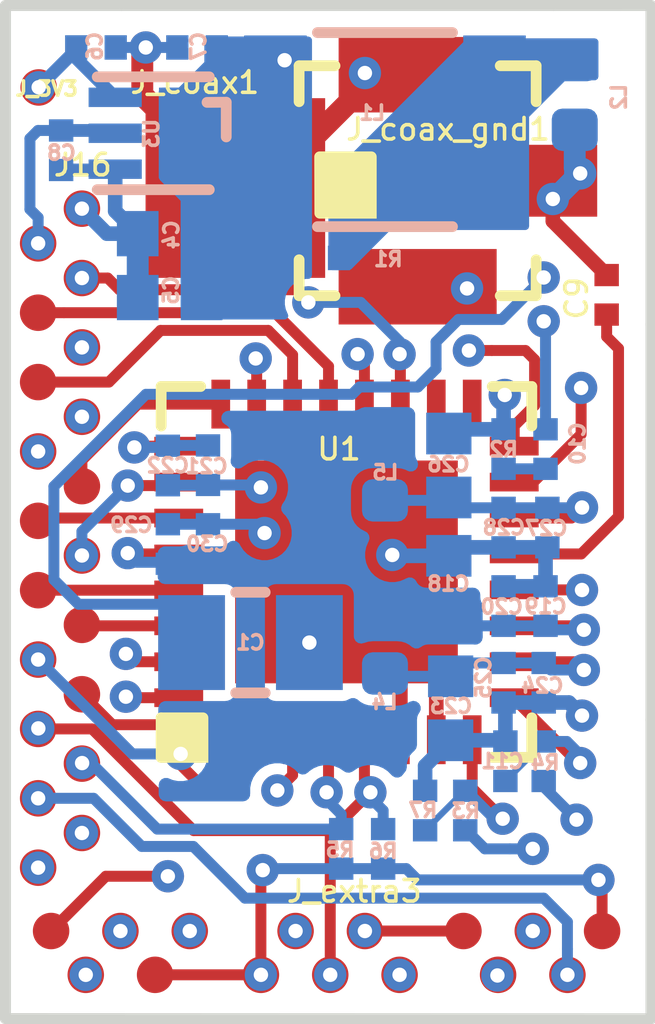
<source format=kicad_pcb>
(kicad_pcb (version 20171130) (host pcbnew "(5.1.4)-1")
  (layers (0 F.Cu jumper) (1 In1.Cu power) (2 In2.Cu signal) (3 In3.Cu signal) (4 In4.Cu signal) (31 B.Cu jumper) (34 B.Paste user) (35 F.Paste user) (36 B.SilkS user) (37 F.SilkS user) (38 B.Mask user) (39 F.Mask user) (44 Edge.Cuts user))
  (net 0 "")
  (net 1 GND)
  (net 2 +5V)
  (net 3 +3V3)
  (net 4 VDDD)
  (net 5 "Net-(C9-Pad2)")
  (net 6 DOUT_P)
  (net 7 "Net-(C10-Pad1)")
  (net 8 "Net-(C10-Pad2)")
  (net 9 PDB)
  (net 10 VDDPLL)
  (net 11 VDDCML)
  (net 12 CLK_OUT)
  (net 13 FV)
  (net 14 LV)
  (net 15 I2C_SDA)
  (net 16 I2C_SCL)
  (net 17 "Net-(L1-Pad1)")
  (net 18 MODE)
  (net 19 DIN0)
  (net 20 DIN1)
  (net 21 DIN2)
  (net 22 DIN3)
  (net 23 DIN4)
  (net 24 DIN5)
  (net 25 DIN6)
  (net 26 DIN7)
  (net 27 DIN8)
  (net 28 DIN9)
  (net 29 DIN11)
  (net 30 DIN10)
  (net 31 VDDIO)
  (net 32 "Net-(U1-Pad17)")
  (net 33 "Net-(U1-Pad18)")
  (net 34 /ENT1)
  (net 35 /ENT2)
  (module .Connector:Conn_1x1_700_Circular_Pad (layer F.Cu) (at 114.73942 41.03624)
    (fp_text reference J_3V3 (at 0.11176 0.01778) (layer F.SilkS) (effects (font (size 0.2 0.2) (thickness 0.05))))
    (fp_text value Conn_01x01)
    (pad 1 smd circle (at 0 0) (size 0.508 0.508) (layers F.Cu F.Paste F.Mask) (net 3 +3V3))
  )
  (module .Inductor:L_1210_3225Metric_L (layer B.Cu) (at 119.56034 41.62298 180)
    (fp_text reference L1)
    (fp_text value ADL3225V-470MT-TL000)
    (fp_text user %R (at 0.1778 0.23368 180) (layer B.SilkS) (effects (font (size 0.2 0.2) (thickness 0.05)) (justify mirror)))
    (pad 2 smd rect (at 1.525 0 180) (size 0.87 2.62) (layers B.Cu B.Paste B.Mask) (net 2 +5V))
    (pad 1 smd rect (at -1.525 0 180) (size 0.87 2.62) (layers B.Cu B.Paste B.Mask) (net 17 "Net-(L1-Pad1)"))
  )
  (module .Capacitor:C_0805_2012Metric_L (layer B.Cu) (at 117.68794 48.76038)
    (fp_text reference C1)
    (fp_text value C_Small)
    (fp_text user %R (at -0.00212 0) (layer B.SilkS) (effects (font (size 0.2 0.2) (thickness 0.05)) (justify mirror)))
    (pad 2 smd rect (at 0.82 0) (size 0.93 1.32) (layers B.Cu B.Paste B.Mask) (net 1 GND))
    (pad 1 smd rect (at -0.82 0) (size 0.93 1.32) (layers B.Cu B.Paste B.Mask) (net 3 +3V3))
  )
  (module .Connector:B2B_Flex_05_Dual_Row_38milx24mil_Pad_20mil_copy (layer F.Cu) (at 119.76354 53.38318 180)
    (fp_text reference J_extra3 (at 0.62992 1.16332 180) (layer F.SilkS) (effects (font (size 0.3 0.3) (thickness 0.05))))
    (fp_text value Conn_01x05)
    (pad 5 smd circle (at 1.930398 0 180) (size 0.508 0.508) (layers F.Cu F.Paste F.Mask) (net 3 +3V3))
    (pad 4 smd circle (at 1.447798 0.6096 180) (size 0.508 0.508) (layers F.Cu F.Paste F.Mask) (net 1 GND))
    (pad 3 smd circle (at 0.965199 0 180) (size 0.508 0.508) (layers F.Cu F.Paste F.Mask) (net 15 I2C_SDA))
    (pad 2 smd circle (at 0.482599 0.6096 180) (size 0.508 0.508) (layers F.Cu F.Paste F.Mask) (net 16 I2C_SCL))
    (pad 1 smd circle (at 0 0 180) (size 0.508 0.508) (layers F.Cu F.Paste F.Mask) (net 34 /ENT1))
  )
  (module .Connector:B2B_Flex_20_Dual_Row_38milx24mil_Pad_20mil (layer F.Cu) (at 115.3414 42.722804 270)
    (fp_text reference J16 (at -0.607064 -0.0127) (layer F.SilkS) (effects (font (size 0.3 0.3) (thickness 0.05))))
    (fp_text value Conn_01x20_Female)
    (pad 1 smd circle (at 0 0 270) (size 0.508 0.508) (layers F.Cu F.Paste F.Mask) (net 1 GND))
    (pad 2 smd circle (at 0.482599 0.6096 270) (size 0.508 0.508) (layers F.Cu F.Paste F.Mask) (net 4 VDDD))
    (pad 3 smd circle (at 0.965199 0 270) (size 0.508 0.508) (layers F.Cu F.Paste F.Mask) (net 19 DIN0))
    (pad 4 smd circle (at 1.447798 0.6096 270) (size 0.508 0.508) (layers F.Cu F.Paste F.Mask) (net 21 DIN2))
    (pad 5 smd circle (at 1.930398 0 270) (size 0.508 0.508) (layers F.Cu F.Paste F.Mask) (net 20 DIN1))
    (pad 6 smd circle (at 2.412997 0.6096 270) (size 0.508 0.508) (layers F.Cu F.Paste F.Mask) (net 22 DIN3))
    (pad 7 smd circle (at 2.895597 0 270) (size 0.508 0.508) (layers F.Cu F.Paste F.Mask) (net 12 CLK_OUT))
    (pad 8 smd circle (at 3.378196 0.6096 270) (size 0.508 0.508) (layers F.Cu F.Paste F.Mask) (net 23 DIN4))
    (pad 9 smd circle (at 3.860796 0 270) (size 0.508 0.508) (layers F.Cu F.Paste F.Mask) (net 24 DIN5))
    (pad 10 smd circle (at 4.343395 0.6096 270) (size 0.508 0.508) (layers F.Cu F.Paste F.Mask) (net 26 DIN7))
    (pad 11 smd circle (at 4.825995 0 270) (size 0.508 0.508) (layers F.Cu F.Paste F.Mask) (net 25 DIN6))
    (pad 12 smd circle (at 5.308594 0.6096 270) (size 0.508 0.508) (layers F.Cu F.Paste F.Mask) (net 27 DIN8))
    (pad 13 smd circle (at 5.791194 0 270) (size 0.508 0.508) (layers F.Cu F.Paste F.Mask) (net 28 DIN9))
    (pad 14 smd circle (at 6.273793 0.6096 270) (size 0.508 0.508) (layers F.Cu F.Paste F.Mask) (net 13 FV))
    (pad 15 smd circle (at 6.756393 0 270) (size 0.508 0.508) (layers F.Cu F.Paste F.Mask) (net 14 LV))
    (pad 16 smd circle (at 7.238992 0.6096 270) (size 0.508 0.508) (layers F.Cu F.Paste F.Mask) (net 15 I2C_SDA))
    (pad 17 smd circle (at 7.721592 0 270) (size 0.508 0.508) (layers F.Cu F.Paste F.Mask) (net 16 I2C_SCL))
    (pad 18 smd circle (at 8.204191 0.6096 270) (size 0.508 0.508) (layers F.Cu F.Paste F.Mask) (net 2 +5V))
    (pad 19 smd circle (at 8.686791 0 270) (size 0.508 0.508) (layers F.Cu F.Paste F.Mask) (net 31 VDDIO))
    (pad 20 smd circle (at 9.16939 0.6096 270) (size 0.508 0.508) (layers F.Cu F.Paste F.Mask) (net 1 GND))
  )
  (module .Capacitor:C_0402_1005Metric_L (layer B.Cu) (at 116.56314 43.07078 180)
    (fp_text reference C4)
    (fp_text value GRM155R60J106ME15D)
    (fp_text user %R (at -0.0254 -0.01524 270) (layer B.SilkS) (effects (font (size 0.2 0.2) (thickness 0.05)) (justify mirror)))
    (pad 2 smd rect (at 0.445 0 180) (size 0.58 0.63) (layers B.Cu B.Paste B.Mask) (net 1 GND))
    (pad 1 smd rect (at -0.445 0 180) (size 0.58 0.63) (layers B.Cu B.Paste B.Mask) (net 2 +5V))
  )
  (module .Capacitor:C_0402_1005Metric_L (layer B.Cu) (at 120.44934 46.29658 90)
    (fp_text reference C26)
    (fp_text value GRM155R60J106ME15D)
    (fp_text user %R (at 0.01524 -0.00508 180) (layer B.SilkS) (effects (font (size 0.2 0.2) (thickness 0.05)) (justify mirror)))
    (pad 2 smd rect (at 0.445 0 90) (size 0.58 0.63) (layers B.Cu B.Paste B.Mask) (net 1 GND))
    (pad 1 smd rect (at -0.445 0 90) (size 0.58 0.63) (layers B.Cu B.Paste B.Mask) (net 11 VDDCML))
  )
  (module .Connector:Conn_1x1_100x100_Pad (layer F.Cu) (at 117.47754 42.43578)
    (fp_text reference J_coax_gnd1 (at 2.96164 -0.81788 180) (layer F.SilkS) (effects (font (size 0.3 0.3) (thickness 0.05))))
    (fp_text value Conn_01x01)
    (pad 1 smd rect (at 0 0) (size 2.5 2.5) (layers F.Cu F.Paste F.Mask) (net 1 GND))
  )
  (module digikey-footprints:Coax_Conn_U.FL (layer F.Cu) (at 120.015 42.33418 90)
    (fp_text reference J_coax1 (at 1.36652 -3.10134 180) (layer F.SilkS) (effects (font (size 0.3 0.3) (thickness 0.05))))
    (fp_text value U_FL-R-SMT_10_)
    (pad 2 smd rect (at 0 1.5 90) (size 1 2) (layers F.Cu F.Paste F.Mask) (net 6 DOUT_P))
    (pad 1 smd rect (at -1.475 0 90) (size 1.05 2.2) (layers F.Cu F.Paste F.Mask) (net 1 GND))
    (pad 1 smd rect (at 1.475 0 90) (size 1.05 2.2) (layers F.Cu F.Paste F.Mask) (net 1 GND))
  )
  (module .Resistor:R_0201_0603Metric_ERJ_L (layer B.Cu) (at 120.67794 51.09718 90)
    (fp_text reference R3)
    (fp_text value ERJ-1GEF1022C)
    (fp_text user %R (at -0.00508 0.00508 180) (layer B.SilkS) (effects (font (size 0.2 0.2) (thickness 0.05)) (justify mirror)))
    (pad 1 smd rect (at -0.275 0 90) (size 0.31 0.34) (layers B.Cu B.Paste B.Mask) (net 4 VDDD))
    (pad 2 smd rect (at 0.275 0 90) (size 0.31 0.34) (layers B.Cu B.Paste B.Mask) (net 18 MODE))
  )
  (module .Resistor:R_0201_0603Metric_ERJ_L (layer B.Cu) (at 118.95074 51.63058 90)
    (fp_text reference R5)
    (fp_text value ERJ-1GEF3321C)
    (fp_text user %R (at -0.01524 -0.01524 180) (layer B.SilkS) (effects (font (size 0.2 0.2) (thickness 0.05)) (justify mirror)))
    (pad 1 smd rect (at -0.275 0 90) (size 0.31 0.34) (layers B.Cu B.Paste B.Mask) (net 3 +3V3))
    (pad 2 smd rect (at 0.275 0 90) (size 0.31 0.34) (layers B.Cu B.Paste B.Mask) (net 16 I2C_SCL))
  )
  (module .Resistor:R_0201_0603Metric_ERJ_L (layer B.Cu) (at 119.53494 51.63058 90)
    (fp_text reference R6)
    (fp_text value ERJ-1GEF3321C)
    (fp_text user %R (at -0.03048 0 180) (layer B.SilkS) (effects (font (size 0.2 0.2) (thickness 0.05)) (justify mirror)))
    (pad 2 smd rect (at 0.275 0 90) (size 0.31 0.34) (layers B.Cu B.Paste B.Mask) (net 15 I2C_SDA))
    (pad 1 smd rect (at -0.275 0 90) (size 0.31 0.34) (layers B.Cu B.Paste B.Mask) (net 3 +3V3))
  )
  (module .Connector:B2B_Flex_05_Dual_Row_38milx24mil_Pad_20mil (layer F.Cu) (at 120.65254 52.77358)
    (fp_text reference J_extra2 hide)
    (fp_text value Conn_01x05)
    (pad 5 smd circle (at 1.930398 0) (size 0.508 0.508) (layers F.Cu F.Paste F.Mask) (net 3 +3V3))
    (pad 4 smd circle (at 1.447798 0.6096) (size 0.508 0.508) (layers F.Cu F.Paste F.Mask) (net 2 +5V))
    (pad 3 smd circle (at 0.965199 0) (size 0.508 0.508) (layers F.Cu F.Paste F.Mask) (net 1 GND))
    (pad 2 smd circle (at 0.482599 0.6096) (size 0.508 0.508) (layers F.Cu F.Paste F.Mask) (net 15 I2C_SDA))
    (pad 1 smd circle (at 0 0) (size 0.508 0.508) (layers F.Cu F.Paste F.Mask) (net 16 I2C_SCL))
  )
  (module .Connector:B2B_Flex_05_Dual_Row_38milx24mil_Pad_20mil (layer F.Cu) (at 114.91214 52.77358)
    (fp_text reference J_extra1 hide)
    (fp_text value Conn_01x05)
    (pad 5 smd circle (at 1.930398 0) (size 0.508 0.508) (layers F.Cu F.Paste F.Mask) (net 1 GND))
    (pad 4 smd circle (at 1.447798 0.6096) (size 0.508 0.508) (layers F.Cu F.Paste F.Mask) (net 3 +3V3))
    (pad 3 smd circle (at 0.965199 0) (size 0.508 0.508) (layers F.Cu F.Paste F.Mask) (net 12 CLK_OUT))
    (pad 2 smd circle (at 0.482599 0.6096) (size 0.508 0.508) (layers F.Cu F.Paste F.Mask) (net 29 DIN11))
    (pad 1 smd circle (at 0 0) (size 0.508 0.508) (layers F.Cu F.Paste F.Mask) (net 30 DIN10))
  )
  (module .Capacitor:C_0201_0603Metric_L (layer B.Cu) (at 115.05184 41.91 270)
    (fp_text reference C8)
    (fp_text value GRM033R61A105ME15D)
    (fp_text user %R (at 0.03556 -0.00508) (layer B.SilkS) (effects (font (size 0.2 0.2) (thickness 0.05)) (justify mirror)))
    (pad 2 smd rect (at 0.275 0 270) (size 0.31 0.34) (layers B.Cu B.Paste B.Mask) (net 1 GND))
    (pad 1 smd rect (at -0.275 0 270) (size 0.31 0.34) (layers B.Cu B.Paste B.Mask) (net 4 VDDD))
  )
  (module .Capacitor:C_0402_1005Metric_L (layer B.Cu) (at 116.56314 43.95978 180)
    (fp_text reference C5)
    (fp_text value GRM155R60J106ME15D)
    (fp_text user %R (at -0.02032 0.1016 270) (layer B.SilkS) (effects (font (size 0.2 0.2) (thickness 0.05)) (justify mirror)))
    (pad 1 smd rect (at -0.445 0 180) (size 0.58 0.63) (layers B.Cu B.Paste B.Mask) (net 2 +5V))
    (pad 2 smd rect (at 0.445 0 180) (size 0.58 0.63) (layers B.Cu B.Paste B.Mask) (net 1 GND))
  )
  (module .Capacitor:C_0201_0603Metric_L (layer B.Cu) (at 115.53698 40.47998)
    (fp_text reference C6)
    (fp_text value GRM033R61A105ME15D)
    (fp_text user %R (at -0.01524 -0.01524 90) (layer B.SilkS) (effects (font (size 0.2 0.2) (thickness 0.05)) (justify mirror)))
    (pad 1 smd rect (at -0.275 0) (size 0.31 0.34) (layers B.Cu B.Paste B.Mask) (net 3 +3V3))
    (pad 2 smd rect (at 0.275 0) (size 0.31 0.34) (layers B.Cu B.Paste B.Mask) (net 1 GND))
  )
  (module .Capacitor:C_0201_0603Metric_L (layer B.Cu) (at 116.94414 40.47998 180)
    (fp_text reference C7)
    (fp_text value GRM033R61A105ME15D)
    (fp_text user %R (at -0.02032 0.01524 270) (layer B.SilkS) (effects (font (size 0.2 0.2) (thickness 0.05)) (justify mirror)))
    (pad 1 smd rect (at -0.275 0 180) (size 0.31 0.34) (layers B.Cu B.Paste B.Mask) (net 2 +5V))
    (pad 2 smd rect (at 0.275 0 180) (size 0.31 0.34) (layers B.Cu B.Paste B.Mask) (net 1 GND))
  )
  (module .Capacitor:C_0201_0603Metric_L (layer F.Cu) (at 122.64644 43.92168 270)
    (fp_text reference C9)
    (fp_text value GRM033R61A104ME15D)
    (fp_text user %R (at 0.04826 0.4191 270) (layer F.SilkS) (effects (font (size 0.3 0.3) (thickness 0.05))))
    (pad 2 smd rect (at 0.275 0 270) (size 0.31 0.34) (layers F.Cu F.Paste F.Mask) (net 5 "Net-(C9-Pad2)"))
    (pad 1 smd rect (at -0.275 0 270) (size 0.31 0.34) (layers F.Cu F.Paste F.Mask) (net 6 DOUT_P))
  )
  (module .Capacitor:C_0201_0603Metric_L (layer B.Cu) (at 121.79554 46.06798 90)
    (fp_text reference C10)
    (fp_text value GRM033R61C473KE84D)
    (fp_text user %R (at 0.0762 0.44704 90) (layer B.SilkS) (effects (font (size 0.2 0.2) (thickness 0.05)) (justify mirror)))
    (pad 1 smd rect (at -0.275 0 90) (size 0.31 0.34) (layers B.Cu B.Paste B.Mask) (net 7 "Net-(C10-Pad1)"))
    (pad 2 smd rect (at 0.275 0 90) (size 0.31 0.34) (layers B.Cu B.Paste B.Mask) (net 8 "Net-(C10-Pad2)"))
  )
  (module .Capacitor:C_0201_0603Metric_L (layer B.Cu) (at 121.23674 50.41138 90)
    (fp_text reference C11)
    (fp_text value GRM033R61A105ME15D)
    (fp_text user %R (at 0 -0.04064 180) (layer B.SilkS) (effects (font (size 0.2 0.2) (thickness 0.05)) (justify mirror)))
    (pad 2 smd rect (at 0.275 0 90) (size 0.31 0.34) (layers B.Cu B.Paste B.Mask) (net 1 GND))
    (pad 1 smd rect (at -0.275 0 90) (size 0.31 0.34) (layers B.Cu B.Paste B.Mask) (net 9 PDB))
  )
  (module .Capacitor:C_0402_1005Metric_L (layer B.Cu) (at 120.44934 47.99838 90)
    (fp_text reference C18)
    (fp_text value GRM155R60J475ME87D)
    (fp_text user %R (at 0.05588 -0.00508 180) (layer B.SilkS) (effects (font (size 0.2 0.2) (thickness 0.05)) (justify mirror)))
    (pad 1 smd rect (at -0.445 0 90) (size 0.58 0.63) (layers B.Cu B.Paste B.Mask) (net 4 VDDD))
    (pad 2 smd rect (at 0.445 0 90) (size 0.58 0.63) (layers B.Cu B.Paste B.Mask) (net 1 GND))
  )
  (module .Capacitor:C_0201_0603Metric_L (layer B.Cu) (at 121.79554 48.25238 90)
    (fp_text reference C19)
    (fp_text value GRM033R61A104ME15D)
    (fp_text user %R (at -0.00508 0 180) (layer B.SilkS) (effects (font (size 0.2 0.2) (thickness 0.05)) (justify mirror)))
    (pad 2 smd rect (at 0.275 0 90) (size 0.31 0.34) (layers B.Cu B.Paste B.Mask) (net 1 GND))
    (pad 1 smd rect (at -0.275 0 90) (size 0.31 0.34) (layers B.Cu B.Paste B.Mask) (net 4 VDDD))
  )
  (module .Capacitor:C_0201_0603Metric_L (layer B.Cu) (at 121.21134 48.25238 90)
    (fp_text reference C20)
    (fp_text value GRM033R71A103KA01D)
    (fp_text user %R (at -0.01016 -0.0254 180) (layer B.SilkS) (effects (font (size 0.2 0.2) (thickness 0.05)) (justify mirror)))
    (pad 1 smd rect (at -0.275 0 90) (size 0.31 0.34) (layers B.Cu B.Paste B.Mask) (net 4 VDDD))
    (pad 2 smd rect (at 0.275 0 90) (size 0.31 0.34) (layers B.Cu B.Paste B.Mask) (net 1 GND))
  )
  (module .Capacitor:C_0201_0603Metric_L (layer B.Cu) (at 117.09654 46.29218 270)
    (fp_text reference C21)
    (fp_text value GRM033R61A104ME15D)
    (fp_text user %R (at 0.01456 0.02032) (layer B.SilkS) (effects (font (size 0.2 0.2) (thickness 0.05)) (justify mirror)))
    (pad 2 smd rect (at 0.275 0 270) (size 0.31 0.34) (layers B.Cu B.Paste B.Mask) (net 1 GND))
    (pad 1 smd rect (at -0.275 0 270) (size 0.31 0.34) (layers B.Cu B.Paste B.Mask) (net 31 VDDIO))
  )
  (module .Capacitor:C_0201_0603Metric_L (layer B.Cu) (at 116.53774 46.29658 270)
    (fp_text reference C22)
    (fp_text value GRM033R71A103KA01D)
    (fp_text user %R (at 0 0) (layer B.SilkS) (effects (font (size 0.2 0.2) (thickness 0.05)) (justify mirror)))
    (pad 1 smd rect (at -0.275 0 270) (size 0.31 0.34) (layers B.Cu B.Paste B.Mask) (net 31 VDDIO))
    (pad 2 smd rect (at 0.275 0 270) (size 0.31 0.34) (layers B.Cu B.Paste B.Mask) (net 1 GND))
  )
  (module .Capacitor:C_0402_1005Metric_L (layer B.Cu) (at 120.47474 49.67478 270)
    (fp_text reference C23)
    (fp_text value GRM155R60J475ME87D)
    (fp_text user %R (at -0.03048 -0.00508) (layer B.SilkS) (effects (font (size 0.2 0.2) (thickness 0.05)) (justify mirror)))
    (pad 1 smd rect (at -0.445 0 270) (size 0.58 0.63) (layers B.Cu B.Paste B.Mask) (net 10 VDDPLL))
    (pad 2 smd rect (at 0.445 0 270) (size 0.58 0.63) (layers B.Cu B.Paste B.Mask) (net 1 GND))
  )
  (module .Capacitor:C_0201_0603Metric_L (layer B.Cu) (at 121.77014 49.31918 270)
    (fp_text reference C24)
    (fp_text value GRM033R61A104ME15D)
    (fp_text user %R (at 0.04064 0.02032) (layer B.SilkS) (effects (font (size 0.2 0.2) (thickness 0.05)) (justify mirror)))
    (pad 2 smd rect (at 0.275 0 270) (size 0.31 0.34) (layers B.Cu B.Paste B.Mask) (net 1 GND))
    (pad 1 smd rect (at -0.275 0 270) (size 0.31 0.34) (layers B.Cu B.Paste B.Mask) (net 10 VDDPLL))
  )
  (module .Capacitor:C_0201_0603Metric_L (layer B.Cu) (at 121.21134 49.31918 270)
    (fp_text reference C25)
    (fp_text value GRM033R71A103KA01D)
    (fp_text user %R (at -0.07112 0.2794 90) (layer B.SilkS) (effects (font (size 0.2 0.2) (thickness 0.05)) (justify mirror)))
    (pad 1 smd rect (at -0.275 0 270) (size 0.31 0.34) (layers B.Cu B.Paste B.Mask) (net 10 VDDPLL))
    (pad 2 smd rect (at 0.275 0 270) (size 0.31 0.34) (layers B.Cu B.Paste B.Mask) (net 1 GND))
  )
  (module .Capacitor:C_0201_0603Metric_L (layer B.Cu) (at 121.82094 47.16018 270)
    (fp_text reference C27)
    (fp_text value GRM033R61A104ME15D)
    (fp_text user %R (at 0.01016 0.01524) (layer B.SilkS) (effects (font (size 0.2 0.2) (thickness 0.05)) (justify mirror)))
    (pad 2 smd rect (at 0.275 0 270) (size 0.31 0.34) (layers B.Cu B.Paste B.Mask) (net 1 GND))
    (pad 1 smd rect (at -0.275 0 270) (size 0.31 0.34) (layers B.Cu B.Paste B.Mask) (net 11 VDDCML))
  )
  (module .Capacitor:C_0201_0603Metric_L (layer B.Cu) (at 121.21134 47.16018 270)
    (fp_text reference C28)
    (fp_text value GRM033R71A103KA01D)
    (fp_text user %R (at 0 -0.00508) (layer B.SilkS) (effects (font (size 0.2 0.2) (thickness 0.05)) (justify mirror)))
    (pad 1 smd rect (at -0.275 0 270) (size 0.31 0.34) (layers B.Cu B.Paste B.Mask) (net 11 VDDCML))
    (pad 2 smd rect (at 0.275 0 270) (size 0.31 0.34) (layers B.Cu B.Paste B.Mask) (net 1 GND))
  )
  (module .Capacitor:C_0201_0603Metric_L (layer B.Cu) (at 116.53774 47.38878 90)
    (fp_text reference C29)
    (fp_text value GRM033R61A104ME15D)
    (fp_text user %R (at 0.26416 -0.508 180) (layer B.SilkS) (effects (font (size 0.2 0.2) (thickness 0.05)) (justify mirror)))
    (pad 2 smd rect (at 0.275 0 90) (size 0.31 0.34) (layers B.Cu B.Paste B.Mask) (net 1 GND))
    (pad 1 smd rect (at -0.275 0 90) (size 0.31 0.34) (layers B.Cu B.Paste B.Mask) (net 4 VDDD))
  )
  (module .Capacitor:C_0201_0603Metric_L (layer B.Cu) (at 117.09654 47.38878 90)
    (fp_text reference C30)
    (fp_text value GRM033R71A103KA01D)
    (fp_text user %R (at 0 -0.01016 180) (layer B.SilkS) (effects (font (size 0.2 0.2) (thickness 0.05)) (justify mirror)))
    (pad 1 smd rect (at -0.275 0 90) (size 0.31 0.34) (layers B.Cu B.Paste B.Mask) (net 4 VDDD))
    (pad 2 smd rect (at 0.275 0 90) (size 0.31 0.34) (layers B.Cu B.Paste B.Mask) (net 1 GND))
  )
  (module Inductor_SMD:L_0402_1005Metric (layer B.Cu) (at 122.20194 41.14038 90)
    (fp_text reference L2 (at -0.03048 0.61468 90) (layer B.SilkS) (effects (font (size 0.2 0.2) (thickness 0.05)) (justify mirror)))
    (fp_text value BLM15HD102SN1D)
    (pad 1 smd roundrect (at -0.485 0 90) (size 0.59 0.64) (layers B.Cu B.Paste B.Mask) (net 6 DOUT_P))
    (pad 2 smd roundrect (at 0.485 0 90) (size 0.59 0.64) (layers B.Cu B.Paste B.Mask) (net 17 "Net-(L1-Pad1)"))
  )
  (module Inductor_SMD:L_0402_1005Metric (layer B.Cu) (at 119.56034 49.67478 270)
    (fp_text reference L4 (at -0.08636 0.00508) (layer B.SilkS) (effects (font (size 0.2 0.2) (thickness 0.05)) (justify mirror)))
    (fp_text value BLM15HD102SN1D)
    (pad 2 smd roundrect (at 0.485 0 270) (size 0.59 0.64) (layers B.Cu B.Paste B.Mask) (net 4 VDDD))
    (pad 1 smd roundrect (at -0.485 0 270) (size 0.59 0.64) (layers B.Cu B.Paste B.Mask) (net 10 VDDPLL))
  )
  (module Inductor_SMD:L_0402_1005Metric (layer B.Cu) (at 119.56034 46.29658 90)
    (fp_text reference L5 (at -0.09652 0.00508 180) (layer B.SilkS) (effects (font (size 0.2 0.2) (thickness 0.05)) (justify mirror)))
    (fp_text value BLM15HD102SN1D)
    (pad 1 smd roundrect (at -0.485 0 90) (size 0.59 0.64) (layers B.Cu B.Paste B.Mask) (net 11 VDDCML))
    (pad 2 smd roundrect (at 0.485 0 90) (size 0.59 0.64) (layers B.Cu B.Paste B.Mask) (net 4 VDDD))
  )
  (module .Resistor:R_0201_0603Metric_ERJ_L (layer B.Cu) (at 118.64594 43.4086)
    (fp_text reference R1)
    (fp_text value MMBT3904LP-7B)
    (fp_text user %R (at 0.96012 0.01778) (layer B.SilkS) (effects (font (size 0.2 0.2) (thickness 0.05)) (justify mirror)))
    (pad 1 smd rect (at -0.275 0) (size 0.31 0.34) (layers B.Cu B.Paste B.Mask) (net 2 +5V))
    (pad 2 smd rect (at 0.275 0) (size 0.31 0.34) (layers B.Cu B.Paste B.Mask) (net 17 "Net-(L1-Pad1)"))
  )
  (module .Resistor:R_0201_0603Metric_ERJ_L (layer B.Cu) (at 121.21134 46.06798 270)
    (fp_text reference R2)
    (fp_text value ERJ-1GEF49R9C)
    (fp_text user %R (at 0.00508 0) (layer B.SilkS) (effects (font (size 0.2 0.2) (thickness 0.05)) (justify mirror)))
    (pad 2 smd rect (at 0.275 0 270) (size 0.31 0.34) (layers B.Cu B.Paste B.Mask) (net 7 "Net-(C10-Pad1)"))
    (pad 1 smd rect (at -0.275 0 270) (size 0.31 0.34) (layers B.Cu B.Paste B.Mask) (net 1 GND))
  )
  (module .Resistor:R_0201_0603Metric_ERJ_L (layer B.Cu) (at 121.77014 50.41138 90)
    (fp_text reference R4)
    (fp_text value ERJ-1GEF1022C)
    (fp_text user %R (at -0.02032 0.02032 180) (layer B.SilkS) (effects (font (size 0.2 0.2) (thickness 0.05)) (justify mirror)))
    (pad 2 smd rect (at 0.275 0 90) (size 0.31 0.34) (layers B.Cu B.Paste B.Mask) (net 9 PDB))
    (pad 1 smd rect (at -0.275 0 90) (size 0.31 0.34) (layers B.Cu B.Paste B.Mask) (net 31 VDDIO))
  )
  (module .Resistor:R_0201_0603Metric_ERJ_L (layer B.Cu) (at 120.11914 51.09718 90)
    (fp_text reference R7)
    (fp_text value ERJ-1GEF1003C)
    (fp_text user %R (at 0.00508 -0.03048 180) (layer B.SilkS) (effects (font (size 0.2 0.2) (thickness 0.05)) (justify mirror)))
    (pad 1 smd rect (at -0.275 0 90) (size 0.31 0.34) (layers B.Cu B.Paste B.Mask) (net 18 MODE))
    (pad 2 smd rect (at 0.275 0 90) (size 0.31 0.34) (layers B.Cu B.Paste B.Mask) (net 1 GND))
  )
  (module .Package_QFN:QFN_33_P50_500X500X80L40X24T310L (layer F.Cu) (at 119.0244 47.7774)
    (fp_text reference U1)
    (fp_text value DS90UB913Q-Q1)
    (fp_text user %R (at -0.10414 -1.70942) (layer F.SilkS) (effects (font (size 0.3 0.3) (thickness 0.05))))
    (pad 1 smd rect (at -1.75 2.335 90) (size 0.68 0.26) (layers F.Cu F.Paste F.Mask) (net 14 LV))
    (pad 2 smd rect (at -1.25 2.335 90) (size 0.68 0.26) (layers F.Cu F.Paste F.Mask) (net 13 FV))
    (pad 3 smd rect (at -0.75 2.335 90) (size 0.68 0.26) (layers F.Cu F.Paste F.Mask) (net 12 CLK_OUT))
    (pad 4 smd rect (at -0.25 2.335 90) (size 0.68 0.26) (layers F.Cu F.Paste F.Mask) (net 16 I2C_SCL))
    (pad 5 smd rect (at 0.25 2.335 90) (size 0.68 0.26) (layers F.Cu F.Paste F.Mask) (net 15 I2C_SDA))
    (pad 6 smd rect (at 0.75 2.335 90) (size 0.68 0.26) (layers F.Cu F.Paste F.Mask) (net 1 GND))
    (pad 7 smd rect (at 1.25 2.335 90) (size 0.68 0.26) (layers F.Cu F.Paste F.Mask) (net 1 GND))
    (pad 8 smd rect (at 1.75 2.335 90) (size 0.68 0.26) (layers F.Cu F.Paste F.Mask) (net 18 MODE))
    (pad 9 smd rect (at 2.335 1.75) (size 0.68 0.26) (layers F.Cu F.Paste F.Mask) (net 9 PDB))
    (pad 10 smd rect (at 2.335 1.25) (size 0.68 0.26) (layers F.Cu F.Paste F.Mask) (net 10 VDDPLL))
    (pad 11 smd rect (at 2.335 0.75) (size 0.68 0.26) (layers F.Cu F.Paste F.Mask) (net 4 VDDD))
    (pad 12 smd rect (at 2.335 0.25) (size 0.68 0.26) (layers F.Cu F.Paste F.Mask) (net 8 "Net-(C10-Pad2)"))
    (pad 13 smd rect (at 2.335 -0.25) (size 0.68 0.26) (layers F.Cu F.Paste F.Mask) (net 5 "Net-(C9-Pad2)"))
    (pad 14 smd rect (at 2.335 -0.75) (size 0.68 0.26) (layers F.Cu F.Paste F.Mask) (net 11 VDDCML))
    (pad 15 smd rect (at 2.335 -1.25) (size 0.68 0.26) (layers F.Cu F.Paste F.Mask) (net 35 /ENT2))
    (pad 16 smd rect (at 2.335 -1.75) (size 0.68 0.26) (layers F.Cu F.Paste F.Mask) (net 34 /ENT1))
    (pad 17 smd rect (at 1.75 -2.335 90) (size 0.68 0.26) (layers F.Cu F.Paste F.Mask) (net 32 "Net-(U1-Pad17)"))
    (pad 18 smd rect (at 1.25 -2.335 90) (size 0.68 0.26) (layers F.Cu F.Paste F.Mask) (net 33 "Net-(U1-Pad18)"))
    (pad 19 smd rect (at 0.75 -2.335 90) (size 0.68 0.26) (layers F.Cu F.Paste F.Mask) (net 19 DIN0))
    (pad 20 smd rect (at 0.25 -2.335 90) (size 0.68 0.26) (layers F.Cu F.Paste F.Mask) (net 20 DIN1))
    (pad 21 smd rect (at -0.25 -2.335 90) (size 0.68 0.26) (layers F.Cu F.Paste F.Mask) (net 21 DIN2))
    (pad 22 smd rect (at -0.75 -2.335 90) (size 0.68 0.26) (layers F.Cu F.Paste F.Mask) (net 22 DIN3))
    (pad 23 smd rect (at -1.25 -2.335 90) (size 0.68 0.26) (layers F.Cu F.Paste F.Mask) (net 23 DIN4))
    (pad 24 smd rect (at -1.75 -2.335 90) (size 0.68 0.26) (layers F.Cu F.Paste F.Mask) (net 24 DIN5))
    (pad 25 smd rect (at -2.335 -1.75) (size 0.68 0.26) (layers F.Cu F.Paste F.Mask) (net 31 VDDIO))
    (pad 26 smd rect (at -2.335 -1.25) (size 0.68 0.26) (layers F.Cu F.Paste F.Mask) (net 25 DIN6))
    (pad 27 smd rect (at -2.335 -0.75) (size 0.68 0.26) (layers F.Cu F.Paste F.Mask) (net 26 DIN7))
    (pad 28 smd rect (at -2.335 -0.25) (size 0.68 0.26) (layers F.Cu F.Paste F.Mask) (net 4 VDDD))
    (pad 29 smd rect (at -2.335 0.25) (size 0.68 0.26) (layers F.Cu F.Paste F.Mask) (net 27 DIN8))
    (pad 30 smd rect (at -2.335 0.75) (size 0.68 0.26) (layers F.Cu F.Paste F.Mask) (net 28 DIN9))
    (pad 31 smd rect (at -2.335 1.25) (size 0.68 0.26) (layers F.Cu F.Paste F.Mask) (net 30 DIN10))
    (pad 32 smd rect (at -2.335 1.75) (size 0.68 0.26) (layers F.Cu F.Paste F.Mask) (net 29 DIN11))
    (pad 33 smd rect (at 0 0) (size 3.1 3.1) (layers F.Cu F.Paste F.Mask) (net 1 GND))
  )
  (module .Package_SON:SON_6_P50_150X150X80L50X25L (layer B.Cu) (at 116.33454 41.67378 270)
    (fp_text reference U3)
    (fp_text value TLV7103318DSER)
    (fp_text user %R (at 0.00508 0.0254 270) (layer B.SilkS) (effects (font (size 0.2 0.2) (thickness 0.05)) (justify mirror)))
    (pad 1 smd rect (at -0.5 -0.49 180) (size 0.82 0.27) (layers B.Cu B.Paste B.Mask) (net 2 +5V))
    (pad 2 smd rect (at 0 -0.53 180) (size 0.74 0.27) (layers B.Cu B.Paste B.Mask) (net 2 +5V))
    (pad 3 smd rect (at 0.5 -0.53 180) (size 0.74 0.27) (layers B.Cu B.Paste B.Mask) (net 2 +5V))
    (pad 4 smd rect (at 0.5 0.53 180) (size 0.74 0.27) (layers B.Cu B.Paste B.Mask) (net 1 GND))
    (pad 5 smd rect (at 0 0.53 180) (size 0.74 0.27) (layers B.Cu B.Paste B.Mask) (net 4 VDDD))
    (pad 6 smd rect (at -0.5 0.53 180) (size 0.74 0.27) (layers B.Cu B.Paste B.Mask) (net 3 +3V3))
  )
  (gr_line (start 115.892306 39.895917) (end 121.907574 39.895917) (layer Edge.Cuts) (width 0.1524))
  (gr_line (start 123.26366 44.3357) (end 123.26366 49.83734) (layer Edge.Cuts) (width 0.1524))
  (gr_line (start 123.26366 39.89578) (end 121.907574 39.895917) (layer Edge.Cuts) (width 0.1524))
  (gr_line (start 123.26366 44.3357) (end 123.26366 39.89578) (layer Edge.Cuts) (width 0.1524))
  (gr_line (start 123.26366 53.99532) (end 123.26366 49.83734) (layer Edge.Cuts) (width 0.1524))
  (gr_line (start 114.27714 53.99278) (end 123.26366 53.99532) (layer Edge.Cuts) (width 0.1524))
  (gr_line (start 114.27714 39.895917) (end 114.27714 53.99278) (layer Edge.Cuts) (width 0.1524))
  (gr_line (start 115.892306 39.895917) (end 114.27714 39.895917) (layer Edge.Cuts) (width 0.1524))
  (gr_line (start 117.35054 41.24198) (end 117.35054 41.72458) (layer B.SilkS) (width 0.15))
  (gr_line (start 117.0832 41.244) (end 117.35054 41.24198) (layer B.SilkS) (width 0.15))
  (gr_poly (pts (xy 116.4444 50.3574) (xy 116.4444 49.8074) (xy 117.02634 49.8074) (xy 117.02634 50.3574)) (layer F.SilkS) (width 0.15))
  (gr_poly (pts (xy 118.65102 42.00144) (xy 119.36984 42.00144) (xy 119.36984 42.7863) (xy 118.65356 42.7863)) (layer F.SilkS) (width 0.15))
  (via (at 114.73942 41.0337) (size 0.45) (drill 0.2) (layers F.Cu B.Cu) (net 3))
  (via (at 115.3414 42.7228) (size 0.45) (drill 0.2) (layers F.Cu B.Cu) (net 1))
  (via (at 120.70334 43.83278) (size 0.45) (drill 0.2) (layers F.Cu B.Cu) (net 1))
  (via (at 119.28094 40.83558) (size 0.45) (drill 0.2) (layers F.Cu B.Cu) (net 1))
  (segment (start 117.09214 46.57158) (end 117.09654 46.56718) (width 0.1524) (layer B.Cu) (net 1))
  (segment (start 116.53774 46.57158) (end 117.09214 46.57158) (width 0.1524) (layer B.Cu) (net 1))
  (via (at 117.83314 46.60138) (size 0.45) (drill 0.2) (layers F.Cu B.Cu) (net 1))
  (segment (start 117.09654 46.56718) (end 117.79894 46.56718) (width 0.1524) (layer B.Cu) (net 1))
  (segment (start 117.79894 46.56718) (end 117.83314 46.60138) (width 0.1524) (layer B.Cu) (net 1))
  (via (at 114.7318 51.892194) (size 0.45) (drill 0.2) (layers F.Cu B.Cu) (net 1))
  (via (at 116.2304 40.47998) (size 0.45) (drill 0.2) (layers F.Cu B.Cu) (net 1))
  (segment (start 116.66914 40.47998) (end 116.18214 40.47998) (width 0.1524) (layer B.Cu) (net 1))
  (segment (start 119.30454 40.85918) (end 119.28094 40.83558) (width 0.3048) (layer F.Cu) (net 1))
  (segment (start 120.015 40.85918) (end 119.30454 40.85918) (width 0.3048) (layer F.Cu) (net 1))
  (segment (start 117.8634 42.43578) (end 117.47754 42.43578) (width 0.3048) (layer F.Cu) (net 1))
  (segment (start 119.44 40.85918) (end 117.8634 42.43578) (width 0.3048) (layer F.Cu) (net 1))
  (segment (start 120.015 40.85918) (end 119.44 40.85918) (width 0.3048) (layer F.Cu) (net 1))
  (segment (start 116.18214 41.14038) (end 117.47754 42.43578) (width 0.3048) (layer F.Cu) (net 1))
  (segment (start 116.18214 40.47998) (end 116.18214 41.14038) (width 0.3048) (layer F.Cu) (net 1))
  (via (at 122.30354 49.77638) (size 0.45) (drill 0.2) (layers F.Cu B.Cu) (net 1))
  (segment (start 120.11914 50.47538) (end 120.47474 50.11978) (width 0.2032) (layer B.Cu) (net 1))
  (segment (start 120.11914 50.82218) (end 120.11914 50.47538) (width 0.2032) (layer B.Cu) (net 1))
  (segment (start 121.22014 50.11978) (end 121.23674 50.13638) (width 0.2032) (layer B.Cu) (net 1))
  (segment (start 120.47474 50.11978) (end 121.22014 50.11978) (width 0.2032) (layer B.Cu) (net 1))
  (segment (start 121.23674 49.61958) (end 121.21134 49.59418) (width 0.2032) (layer B.Cu) (net 1))
  (segment (start 121.23674 50.13638) (end 121.23674 49.61958) (width 0.2032) (layer B.Cu) (net 1))
  (segment (start 121.21134 49.59418) (end 121.77014 49.59418) (width 0.2032) (layer B.Cu) (net 1))
  (segment (start 122.12134 49.59418) (end 122.30354 49.77638) (width 0.2032) (layer B.Cu) (net 1))
  (segment (start 121.77014 49.59418) (end 122.12134 49.59418) (width 0.2032) (layer B.Cu) (net 1))
  (segment (start 119.7744 48.5274) (end 119.0244 47.7774) (width 0.2032) (layer F.Cu) (net 1))
  (segment (start 119.7744 50.1124) (end 119.7744 48.5274) (width 0.2032) (layer F.Cu) (net 1))
  (segment (start 120.2744 49.0274) (end 119.0244 47.7774) (width 0.2032) (layer F.Cu) (net 1))
  (segment (start 120.2744 50.1124) (end 120.2744 49.0274) (width 0.2032) (layer F.Cu) (net 1))
  (segment (start 120.50794 45.79298) (end 120.44934 45.85158) (width 0.2032) (layer B.Cu) (net 1))
  (segment (start 121.21134 45.79298) (end 120.50794 45.79298) (width 0.2032) (layer B.Cu) (net 1))
  (segment (start 121.79554 47.97738) (end 121.21134 47.97738) (width 0.2032) (layer B.Cu) (net 1))
  (segment (start 121.79554 47.46058) (end 121.82094 47.43518) (width 0.2032) (layer B.Cu) (net 1))
  (segment (start 121.79554 47.97738) (end 121.79554 47.46058) (width 0.2032) (layer B.Cu) (net 1))
  (segment (start 121.82094 47.43518) (end 121.21134 47.43518) (width 0.2032) (layer B.Cu) (net 1))
  (segment (start 120.56754 47.43518) (end 120.44934 47.55338) (width 0.2032) (layer B.Cu) (net 1))
  (segment (start 121.21134 47.43518) (end 120.56754 47.43518) (width 0.2032) (layer B.Cu) (net 1))
  (via (at 119.66194 47.54118) (size 0.45) (drill 0.2) (layers F.Cu B.Cu) (net 1))
  (segment (start 119.67414 47.55338) (end 119.66194 47.54118) (width 0.2032) (layer B.Cu) (net 1))
  (segment (start 116.53774 47.11378) (end 117.09654 47.11378) (width 0.1524) (layer B.Cu) (net 1))
  (via (at 121.22759 45.31513) (size 0.45) (drill 0.2) (layers F.Cu B.Cu) (net 1))
  (segment (start 121.21134 45.33138) (end 121.22759 45.31513) (width 0.2032) (layer B.Cu) (net 1))
  (segment (start 121.21134 45.79298) (end 121.21134 45.33138) (width 0.2032) (layer B.Cu) (net 1))
  (via (at 118.50794 48.76038) (size 0.45) (drill 0.2) (layers F.Cu B.Cu) (net 1))
  (via (at 117.88394 47.23638) (size 0.45) (drill 0.2) (layers F.Cu B.Cu) (net 1))
  (segment (start 117.76134 47.11378) (end 117.88394 47.23638) (width 0.1524) (layer B.Cu) (net 1))
  (segment (start 117.09654 47.11378) (end 117.76134 47.11378) (width 0.1524) (layer B.Cu) (net 1))
  (via (at 118.315742 52.77358) (size 0.45) (drill 0.2) (layers F.Cu B.Cu) (net 1))
  (via (at 116.842538 52.77358) (size 0.45) (drill 0.2) (layers F.Cu B.Cu) (net 1))
  (via (at 121.617739 52.77358) (size 0.45) (drill 0.2) (layers F.Cu B.Cu) (net 1))
  (segment (start 120.44934 47.55338) (end 119.67414 47.55338) (width 0.2032) (layer B.Cu) (net 1))
  (segment (start 115.80454 42.75718) (end 116.11814 43.07078) (width 0.2032) (layer B.Cu) (net 1))
  (segment (start 115.80454 42.17378) (end 115.80454 42.75718) (width 0.2032) (layer B.Cu) (net 1))
  (segment (start 115.68938 43.07078) (end 115.3414 42.7228) (width 0.2032) (layer B.Cu) (net 1))
  (segment (start 116.11814 43.07078) (end 115.68938 43.07078) (width 0.2032) (layer B.Cu) (net 1))
  (segment (start 115.81198 40.47998) (end 116.2304 40.47998) (width 0.1524) (layer B.Cu) (net 1))
  (segment (start 115.79332 42.185) (end 115.80454 42.17378) (width 0.1778) (layer B.Cu) (net 1))
  (segment (start 115.05184 42.185) (end 115.79332 42.185) (width 0.1778) (layer B.Cu) (net 1))
  (segment (start 116.11814 43.07078) (end 116.11814 43.95978) (width 0.3048) (layer B.Cu) (net 1))
  (via (at 118.16334 40.65778) (size 0.45) (drill 0.2) (layers F.Cu B.Cu) (net 2))
  (segment (start 116.82454 41.17378) (end 117.64734 41.17378) (width 0.2032) (layer B.Cu) (net 2))
  (segment (start 117.64734 41.17378) (end 118.16334 40.65778) (width 0.2032) (layer B.Cu) (net 2))
  (via (at 114.7318 50.926995) (size 0.45) (drill 0.2) (layers F.Cu B.Cu) (net 2))
  (via (at 122.100338 53.38318) (size 0.45) (drill 0.2) (layers F.Cu B.Cu) (net 2))
  (segment (start 121.77014 52.31638) (end 122.100338 52.646578) (width 0.1524) (layer B.Cu) (net 2))
  (segment (start 117.61139 52.31638) (end 121.77014 52.31638) (width 0.1524) (layer B.Cu) (net 2))
  (segment (start 116.8919 51.59689) (end 117.61139 52.31638) (width 0.1524) (layer B.Cu) (net 2))
  (segment (start 116.17385 51.59689) (end 116.8919 51.59689) (width 0.1524) (layer B.Cu) (net 2))
  (segment (start 122.100338 52.646578) (end 122.100338 53.02397) (width 0.1524) (layer B.Cu) (net 2))
  (segment (start 122.100338 53.02397) (end 122.100338 53.38318) (width 0.1524) (layer B.Cu) (net 2))
  (segment (start 115.503955 50.926995) (end 116.17385 51.59689) (width 0.1524) (layer B.Cu) (net 2))
  (segment (start 114.7318 50.926995) (end 115.503955 50.926995) (width 0.1524) (layer B.Cu) (net 2))
  (segment (start 118.95074 51.90558) (end 119.53494 51.90558) (width 0.1524) (layer B.Cu) (net 3))
  (via (at 121.77014 43.68038) (size 0.45) (drill 0.2) (layers F.Cu B.Cu) (net 3))
  (segment (start 116.86794 48.76038) (end 117.02034 48.76038) (width 0.1524) (layer B.Cu) (net 3))
  (segment (start 121.18594 44.26458) (end 121.77014 43.68038) (width 0.1524) (layer B.Cu) (net 3))
  (segment (start 120.58319 44.26458) (end 121.18594 44.26458) (width 0.1524) (layer B.Cu) (net 3))
  (segment (start 120.27154 44.950728) (end 120.27154 44.57623) (width 0.1524) (layer B.Cu) (net 3))
  (segment (start 120.017888 45.20438) (end 120.27154 44.950728) (width 0.1524) (layer B.Cu) (net 3))
  (segment (start 119.20474 45.20438) (end 120.017888 45.20438) (width 0.1524) (layer B.Cu) (net 3))
  (segment (start 119.10314 45.30598) (end 119.20474 45.20438) (width 0.1524) (layer B.Cu) (net 3))
  (segment (start 116.232676 45.30598) (end 119.10314 45.30598) (width 0.1524) (layer B.Cu) (net 3))
  (segment (start 116.86794 48.76038) (end 116.86794 48.56538) (width 0.1524) (layer B.Cu) (net 3))
  (segment (start 116.52954 48.22698) (end 115.29314 48.22698) (width 0.1524) (layer B.Cu) (net 3))
  (segment (start 120.27154 44.57623) (end 120.58319 44.26458) (width 0.1524) (layer B.Cu) (net 3))
  (segment (start 115.29314 48.22698) (end 114.951299 47.885139) (width 0.1524) (layer B.Cu) (net 3))
  (segment (start 114.951299 47.885139) (end 114.951299 46.587357) (width 0.1524) (layer B.Cu) (net 3))
  (segment (start 116.86794 48.56538) (end 116.52954 48.22698) (width 0.1524) (layer B.Cu) (net 3))
  (segment (start 114.951299 46.587357) (end 116.232676 45.30598) (width 0.1524) (layer B.Cu) (net 3))
  (segment (start 116.359938 53.38318) (end 117.833142 53.38318) (width 0.1524) (layer F.Cu) (net 3))
  (segment (start 118.95074 51.90558) (end 117.87923 51.90558) (width 0.1524) (layer B.Cu) (net 3))
  (segment (start 117.87923 51.90558) (end 117.85854 51.92627) (width 0.1524) (layer B.Cu) (net 3))
  (segment (start 117.833142 51.951668) (end 117.85854 51.92627) (width 0.1524) (layer F.Cu) (net 3))
  (segment (start 117.833142 53.38318) (end 117.833142 51.951668) (width 0.1524) (layer F.Cu) (net 3))
  (via (at 117.85854 51.92627) (size 0.45) (drill 0.2) (layers F.Cu B.Cu) (net 3))
  (via (at 122.53214 52.06238) (size 0.45) (drill 0.2) (layers F.Cu B.Cu) (net 3))
  (segment (start 120.01414 52.06238) (end 122.53214 52.06238) (width 0.1524) (layer B.Cu) (net 3))
  (segment (start 122.582938 52.77358) (end 122.582938 52.113178) (width 0.1524) (layer F.Cu) (net 3))
  (segment (start 119.85734 51.90558) (end 120.01414 52.06238) (width 0.1524) (layer B.Cu) (net 3))
  (segment (start 122.582938 52.113178) (end 122.53214 52.06238) (width 0.1524) (layer F.Cu) (net 3))
  (segment (start 119.53494 51.90558) (end 119.85734 51.90558) (width 0.1524) (layer B.Cu) (net 3))
  (segment (start 117.833142 53.38318) (end 117.833142 53.38318) (width 0.1524) (layer F.Cu) (net 3))
  (via (at 117.833142 53.38318) (size 0.45) (drill 0.2) (layers F.Cu B.Cu) (net 3))
  (segment (start 115.26198 40.51114) (end 114.73942 41.0337) (width 0.1778) (layer B.Cu) (net 3))
  (segment (start 115.26198 40.47998) (end 115.26198 40.51114) (width 0.1778) (layer B.Cu) (net 3))
  (segment (start 115.26198 40.63122) (end 115.26198 40.47998) (width 0.1778) (layer B.Cu) (net 3))
  (segment (start 115.80454 41.17378) (end 115.26198 40.63122) (width 0.1778) (layer B.Cu) (net 3))
  (via (at 115.97894 47.51578) (size 0.45) (drill 0.2) (layers F.Cu B.Cu) (net 4))
  (segment (start 116.6894 47.5274) (end 115.99056 47.5274) (width 0.1524) (layer F.Cu) (net 4))
  (segment (start 115.99056 47.5274) (end 115.97894 47.51578) (width 0.1524) (layer F.Cu) (net 4))
  (segment (start 117.09654 47.66378) (end 116.53774 47.66378) (width 0.1524) (layer B.Cu) (net 4))
  (segment (start 116.53774 47.64278) (end 116.56314 47.66818) (width 0.1524) (layer B.Cu) (net 4))
  (segment (start 115.97894 47.51578) (end 116.10594 47.64278) (width 0.1524) (layer B.Cu) (net 4))
  (segment (start 116.10594 47.64278) (end 116.53774 47.64278) (width 0.1524) (layer B.Cu) (net 4))
  (via (at 114.7318 43.205403) (size 0.45) (drill 0.2) (layers F.Cu B.Cu) (net 4))
  (via (at 122.32894 48.58258) (size 0.45) (drill 0.2) (layers F.Cu B.Cu) (net 4))
  (segment (start 121.3594 48.5274) (end 122.27376 48.5274) (width 0.1524) (layer F.Cu) (net 4))
  (segment (start 122.27376 48.5274) (end 122.32894 48.58258) (width 0.1524) (layer F.Cu) (net 4))
  (segment (start 121.85074 48.58258) (end 121.79554 48.52738) (width 0.1524) (layer B.Cu) (net 4))
  (segment (start 122.32894 48.58258) (end 121.85074 48.58258) (width 0.1524) (layer B.Cu) (net 4))
  (segment (start 121.21134 48.52738) (end 121.79554 48.52738) (width 0.1524) (layer B.Cu) (net 4))
  (segment (start 120.53334 48.52738) (end 120.44934 48.44338) (width 0.1524) (layer B.Cu) (net 4))
  (segment (start 121.21134 48.52738) (end 120.53334 48.52738) (width 0.1524) (layer B.Cu) (net 4))
  (via (at 121.61774 51.63058) (size 0.45) (drill 0.2) (layers F.Cu B.Cu) (net 4))
  (segment (start 121.299542 51.63058) (end 121.61774 51.63058) (width 0.1524) (layer B.Cu) (net 4))
  (segment (start 120.95134 51.63058) (end 121.299542 51.63058) (width 0.1524) (layer B.Cu) (net 4))
  (segment (start 120.67794 51.37218) (end 120.69294 51.37218) (width 0.1524) (layer B.Cu) (net 4))
  (segment (start 120.69294 51.37218) (end 120.95134 51.63058) (width 0.1524) (layer B.Cu) (net 4))
  (segment (start 115.76576 41.635) (end 115.80454 41.67378) (width 0.1778) (layer B.Cu) (net 4))
  (segment (start 115.05184 41.635) (end 115.76576 41.635) (width 0.1778) (layer B.Cu) (net 4))
  (segment (start 114.72944 41.635) (end 114.6175 41.74694) (width 0.1524) (layer B.Cu) (net 4))
  (segment (start 115.05184 41.635) (end 114.72944 41.635) (width 0.1524) (layer B.Cu) (net 4))
  (segment (start 114.7318 42.846193) (end 114.7318 43.205403) (width 0.1524) (layer B.Cu) (net 4))
  (segment (start 114.6175 42.731893) (end 114.7318 42.846193) (width 0.1524) (layer B.Cu) (net 4))
  (segment (start 114.6175 41.74694) (end 114.6175 42.731893) (width 0.1524) (layer B.Cu) (net 4))
  (segment (start 121.3594 47.5274) (end 122.29192 47.5274) (width 0.1524) (layer F.Cu) (net 5))
  (segment (start 122.64644 44.50408) (end 122.64644 44.19668) (width 0.1524) (layer F.Cu) (net 5))
  (segment (start 122.81154 44.66918) (end 122.64644 44.50408) (width 0.1524) (layer F.Cu) (net 5))
  (segment (start 122.81154 47.00778) (end 122.81154 44.66918) (width 0.1524) (layer F.Cu) (net 5))
  (segment (start 122.29192 47.5274) (end 122.81154 47.00778) (width 0.1524) (layer F.Cu) (net 5))
  (via (at 122.27814 42.23258) (size 0.45) (drill 0.2) (layers F.Cu B.Cu) (net 6))
  (via (at 121.89714 42.58818) (size 0.45) (drill 0.2) (layers F.Cu B.Cu) (net 6))
  (segment (start 122.20194 42.15638) (end 122.27814 42.23258) (width 0.3048) (layer B.Cu) (net 6))
  (segment (start 122.20194 41.62538) (end 122.20194 42.15638) (width 0.3048) (layer B.Cu) (net 6))
  (segment (start 121.92254 42.58818) (end 122.27814 42.23258) (width 0.3048) (layer B.Cu) (net 6))
  (segment (start 121.89714 42.58818) (end 121.92254 42.58818) (width 0.3048) (layer B.Cu) (net 6))
  (segment (start 121.89714 42.89738) (end 122.64644 43.64668) (width 0.2032) (layer F.Cu) (net 6))
  (segment (start 121.89714 42.58818) (end 121.89714 42.89738) (width 0.2032) (layer F.Cu) (net 6))
  (segment (start 121.79554 46.34298) (end 121.21134 46.34298) (width 0.1524) (layer B.Cu) (net 7))
  (via (at 122.303308 48.028672) (size 0.45) (drill 0.2) (layers F.Cu B.Cu) (net 8))
  (segment (start 121.3594 48.0274) (end 122.302036 48.0274) (width 0.1524) (layer F.Cu) (net 8))
  (segment (start 122.302036 48.0274) (end 122.303308 48.028672) (width 0.1524) (layer F.Cu) (net 8))
  (via (at 121.77014 44.28998) (size 0.45) (drill 0.2) (layers F.Cu B.Cu) (net 8))
  (segment (start 121.79554 45.79298) (end 121.79554 44.31538) (width 0.1524) (layer B.Cu) (net 8))
  (segment (start 121.79554 44.31538) (end 121.77014 44.28998) (width 0.1524) (layer B.Cu) (net 8))
  (segment (start 121.77014 50.15298) (end 121.23674 50.68638) (width 0.0889) (layer B.Cu) (net 9))
  (segment (start 121.77014 50.13638) (end 121.77014 50.15298) (width 0.0889) (layer B.Cu) (net 9))
  (via (at 122.27814 50.43678) (size 0.45) (drill 0.2) (layers F.Cu B.Cu) (net 9))
  (segment (start 122.09254 50.13638) (end 122.27814 50.32198) (width 0.1524) (layer B.Cu) (net 9))
  (segment (start 122.27814 50.32198) (end 122.27814 50.43678) (width 0.1524) (layer B.Cu) (net 9))
  (segment (start 121.77014 50.13638) (end 122.09254 50.13638) (width 0.1524) (layer B.Cu) (net 9))
  (segment (start 122.25274 50.43678) (end 122.27814 50.43678) (width 0.1524) (layer F.Cu) (net 9))
  (segment (start 121.3594 49.5274) (end 121.3594 49.54344) (width 0.1524) (layer F.Cu) (net 9))
  (segment (start 121.3594 49.54344) (end 122.25274 50.43678) (width 0.1524) (layer F.Cu) (net 9))
  (via (at 122.32894 49.14138) (size 0.45) (drill 0.2) (layers F.Cu B.Cu) (net 10))
  (segment (start 121.3594 49.0274) (end 122.21496 49.0274) (width 0.1524) (layer F.Cu) (net 10))
  (segment (start 122.21496 49.0274) (end 122.32894 49.14138) (width 0.1524) (layer F.Cu) (net 10))
  (segment (start 121.86734 49.14138) (end 121.77014 49.04418) (width 0.1524) (layer B.Cu) (net 10))
  (segment (start 122.32894 49.14138) (end 121.86734 49.14138) (width 0.1524) (layer B.Cu) (net 10))
  (segment (start 121.21134 49.04418) (end 121.77014 49.04418) (width 0.1524) (layer B.Cu) (net 10))
  (segment (start 120.66034 49.04418) (end 120.47474 49.22978) (width 0.1524) (layer B.Cu) (net 10))
  (segment (start 121.21134 49.04418) (end 120.66034 49.04418) (width 0.1524) (layer B.Cu) (net 10))
  (segment (start 119.60034 49.22978) (end 119.56034 49.18978) (width 0.1524) (layer B.Cu) (net 10))
  (segment (start 120.47474 49.22978) (end 119.60034 49.22978) (width 0.1524) (layer B.Cu) (net 10))
  (segment (start 120.40934 46.78158) (end 120.44934 46.74158) (width 0.1524) (layer B.Cu) (net 11))
  (segment (start 119.56034 46.78158) (end 120.40934 46.78158) (width 0.1524) (layer B.Cu) (net 11))
  (segment (start 120.59294 46.88518) (end 120.44934 46.74158) (width 0.1524) (layer B.Cu) (net 11))
  (segment (start 121.21134 46.88518) (end 120.59294 46.88518) (width 0.1524) (layer B.Cu) (net 11))
  (segment (start 121.21134 46.88518) (end 121.82094 46.88518) (width 0.1524) (layer B.Cu) (net 11))
  (via (at 122.30354 46.88078) (size 0.45) (drill 0.2) (layers F.Cu B.Cu) (net 11))
  (segment (start 121.82094 46.88518) (end 122.29914 46.88518) (width 0.1524) (layer B.Cu) (net 11))
  (segment (start 122.29914 46.88518) (end 122.30354 46.88078) (width 0.1524) (layer B.Cu) (net 11))
  (segment (start 122.15692 47.0274) (end 122.30354 46.88078) (width 0.1524) (layer F.Cu) (net 11))
  (segment (start 121.3594 47.0274) (end 122.15692 47.0274) (width 0.1524) (layer F.Cu) (net 11))
  (via (at 115.3414 45.618401) (size 0.45) (drill 0.2) (layers F.Cu B.Cu) (net 12))
  (via (at 118.06174 50.81778) (size 0.45) (drill 0.2) (layers F.Cu B.Cu) (net 12))
  (segment (start 118.2744 50.60512) (end 118.2744 50.1124) (width 0.1524) (layer F.Cu) (net 12))
  (segment (start 118.06174 50.81778) (end 118.2744 50.60512) (width 0.1524) (layer F.Cu) (net 12))
  (via (at 115.877339 52.77358) (size 0.45) (drill 0.2) (layers F.Cu B.Cu) (net 12))
  (via (at 114.7318 48.996597) (size 0.45) (drill 0.2) (layers F.Cu B.Cu) (net 13))
  (via (at 116.71554 50.309786) (size 0.45) (drill 0.2) (layers F.Cu B.Cu) (net 13))
  (segment (start 114.7318 48.996597) (end 116.044989 50.309786) (width 0.1524) (layer B.Cu) (net 13))
  (segment (start 116.044989 50.309786) (end 116.397342 50.309786) (width 0.1524) (layer B.Cu) (net 13))
  (segment (start 116.397342 50.309786) (end 116.71554 50.309786) (width 0.1524) (layer B.Cu) (net 13))
  (segment (start 116.71554 50.46218) (end 116.71554 50.309786) (width 0.1524) (layer F.Cu) (net 13))
  (segment (start 116.96954 50.71618) (end 116.71554 50.46218) (width 0.1524) (layer F.Cu) (net 13))
  (segment (start 117.50294 50.71618) (end 116.96954 50.71618) (width 0.1524) (layer F.Cu) (net 13))
  (segment (start 117.7744 50.1124) (end 117.7744 50.44472) (width 0.1524) (layer F.Cu) (net 13))
  (segment (start 117.7744 50.44472) (end 117.50294 50.71618) (width 0.1524) (layer F.Cu) (net 13))
  (segment (start 117.06538 49.90338) (end 117.2744 50.1124) (width 0.1524) (layer F.Cu) (net 14))
  (segment (start 115.3414 49.479197) (end 115.765583 49.90338) (width 0.1524) (layer F.Cu) (net 14))
  (segment (start 115.765583 49.90338) (end 117.06538 49.90338) (width 0.1524) (layer F.Cu) (net 14))
  (via (at 114.73434 49.95418) (size 0.45) (drill 0.2) (layers F.Cu B.Cu) (net 15))
  (via (at 119.35714 50.84318) (size 0.45) (drill 0.2) (layers F.Cu B.Cu) (net 15))
  (segment (start 119.2744 50.1124) (end 119.2744 50.76044) (width 0.1524) (layer F.Cu) (net 15))
  (segment (start 119.2744 50.76044) (end 119.35714 50.84318) (width 0.1524) (layer F.Cu) (net 15))
  (segment (start 119.53494 51.09718) (end 119.53494 51.35558) (width 0.1524) (layer B.Cu) (net 15))
  (segment (start 119.35714 50.84318) (end 119.35714 50.91938) (width 0.1524) (layer B.Cu) (net 15))
  (segment (start 119.35714 50.91938) (end 119.53494 51.09718) (width 0.1524) (layer B.Cu) (net 15))
  (segment (start 119.132141 51.068179) (end 119.35714 50.84318) (width 0.1524) (layer F.Cu) (net 15))
  (segment (start 118.82374 51.37658) (end 119.132141 51.068179) (width 0.1524) (layer F.Cu) (net 15))
  (segment (start 116.89752 51.37658) (end 118.82374 51.37658) (width 0.1524) (layer F.Cu) (net 15))
  (segment (start 114.7318 49.961796) (end 115.482736 49.961796) (width 0.1524) (layer F.Cu) (net 15))
  (segment (start 115.482736 49.961796) (end 116.89752 51.37658) (width 0.1524) (layer F.Cu) (net 15))
  (segment (start 118.798341 51.401979) (end 118.82374 51.37658) (width 0.1524) (layer F.Cu) (net 15))
  (segment (start 118.798341 53.38318) (end 118.798341 53.38318) (width 0.1524) (layer F.Cu) (net 15))
  (via (at 121.125997 53.392322) (size 0.45) (drill 0.2) (layers F.Cu B.Cu) (net 15))
  (segment (start 121.135139 53.38318) (end 121.125997 53.392322) (width 0.1524) (layer F.Cu) (net 15))
  (segment (start 118.798341 53.38318) (end 118.798341 51.401979) (width 0.1524) (layer F.Cu) (net 15))
  (via (at 118.798341 53.38318) (size 0.45) (drill 0.2) (layers F.Cu B.Cu) (net 15))
  (via (at 115.34394 50.43678) (size 0.45) (drill 0.2) (layers F.Cu B.Cu) (net 16))
  (via (at 118.74754 50.84318) (size 0.45) (drill 0.2) (layers F.Cu B.Cu) (net 16))
  (segment (start 118.7744 50.1124) (end 118.7744 50.81632) (width 0.1524) (layer F.Cu) (net 16))
  (segment (start 118.7744 50.81632) (end 118.74754 50.84318) (width 0.1524) (layer F.Cu) (net 16))
  (segment (start 118.95074 51.14798) (end 118.95074 51.35558) (width 0.1524) (layer B.Cu) (net 16))
  (segment (start 118.74754 50.84318) (end 118.74754 50.94478) (width 0.1524) (layer B.Cu) (net 16))
  (segment (start 118.74754 50.94478) (end 118.95074 51.14798) (width 0.1524) (layer B.Cu) (net 16))
  (via (at 119.280941 52.77358) (size 0.45) (drill 0.2) (layers F.Cu B.Cu) (net 16))
  (segment (start 116.38974 51.35558) (end 118.95074 51.35558) (width 0.1524) (layer B.Cu) (net 16))
  (segment (start 115.34394 50.43678) (end 115.47094 50.43678) (width 0.1524) (layer B.Cu) (net 16))
  (segment (start 115.47094 50.43678) (end 116.38974 51.35558) (width 0.1524) (layer B.Cu) (net 16))
  (segment (start 120.65254 52.77358) (end 119.280941 52.77358) (width 0.1524) (layer F.Cu) (net 16))
  (segment (start 120.66914 50.82218) (end 120.11914 51.37218) (width 0.0889) (layer B.Cu) (net 18))
  (segment (start 120.67794 50.82218) (end 120.66914 50.82218) (width 0.0889) (layer B.Cu) (net 18))
  (segment (start 120.7744 50.1124) (end 120.7744 50.786375) (width 0.1524) (layer F.Cu) (net 18))
  (segment (start 120.69294 50.82218) (end 121.081966 51.211206) (width 0.1524) (layer B.Cu) (net 18))
  (segment (start 120.7744 50.786375) (end 120.974232 50.986207) (width 0.1524) (layer F.Cu) (net 18))
  (segment (start 120.974232 50.986207) (end 121.199231 51.211206) (width 0.1524) (layer F.Cu) (net 18))
  (via (at 121.199231 51.211206) (size 0.45) (drill 0.2) (layers F.Cu B.Cu) (net 18))
  (segment (start 120.67794 50.82218) (end 120.69294 50.82218) (width 0.1524) (layer B.Cu) (net 18))
  (segment (start 121.081966 51.211206) (end 121.199231 51.211206) (width 0.1524) (layer B.Cu) (net 18))
  (via (at 115.3414 43.688003) (size 0.45) (drill 0.2) (layers F.Cu B.Cu) (net 19))
  (via (at 119.76354 44.74718) (size 0.45) (drill 0.2) (layers F.Cu B.Cu) (net 19))
  (segment (start 119.7744 45.4424) (end 119.7744 44.75804) (width 0.1524) (layer F.Cu) (net 19))
  (segment (start 119.7744 44.75804) (end 119.76354 44.74718) (width 0.1524) (layer F.Cu) (net 19))
  (via (at 118.49354 44.026879) (size 0.45) (drill 0.2) (layers F.Cu B.Cu) (net 19))
  (segment (start 118.317542 43.850881) (end 118.49354 44.026879) (width 0.1524) (layer F.Cu) (net 19))
  (segment (start 115.863488 43.850881) (end 118.317542 43.850881) (width 0.1524) (layer F.Cu) (net 19))
  (segment (start 115.3414 43.688003) (end 115.70061 43.688003) (width 0.1524) (layer F.Cu) (net 19))
  (segment (start 115.70061 43.688003) (end 115.863488 43.850881) (width 0.1524) (layer F.Cu) (net 19))
  (segment (start 119.76354 44.56938) (end 119.76354 44.74718) (width 0.1524) (layer B.Cu) (net 19))
  (segment (start 118.49354 44.026879) (end 119.221039 44.026879) (width 0.1524) (layer B.Cu) (net 19))
  (segment (start 119.221039 44.026879) (end 119.76354 44.56938) (width 0.1524) (layer B.Cu) (net 19))
  (via (at 119.17934 44.74718) (size 0.45) (drill 0.2) (layers F.Cu B.Cu) (net 20))
  (via (at 115.3414 44.653202) (size 0.45) (drill 0.2) (layers F.Cu B.Cu) (net 20))
  (segment (start 119.2744 44.84224) (end 119.17934 44.74718) (width 0.1524) (layer F.Cu) (net 20))
  (segment (start 119.2744 45.4424) (end 119.2744 44.84224) (width 0.1524) (layer F.Cu) (net 20))
  (segment (start 115.09101 44.170602) (end 114.7318 44.170602) (width 0.1524) (layer F.Cu) (net 21))
  (segment (start 118.029625 44.170602) (end 115.09101 44.170602) (width 0.1524) (layer F.Cu) (net 21))
  (segment (start 118.7744 44.915377) (end 118.029625 44.170602) (width 0.1524) (layer F.Cu) (net 21))
  (segment (start 118.7744 45.4424) (end 118.7744 44.915377) (width 0.1524) (layer F.Cu) (net 21))
  (segment (start 118.2744 44.75664) (end 118.2744 45.4424) (width 0.1524) (layer F.Cu) (net 22))
  (segment (start 117.93474 44.41698) (end 118.2744 44.75664) (width 0.1524) (layer F.Cu) (net 22))
  (segment (start 115.717319 45.135801) (end 116.43614 44.41698) (width 0.1524) (layer F.Cu) (net 22))
  (segment (start 114.7318 45.135801) (end 115.717319 45.135801) (width 0.1524) (layer F.Cu) (net 22))
  (segment (start 116.43614 44.41698) (end 117.93474 44.41698) (width 0.1524) (layer F.Cu) (net 22))
  (via (at 117.760497 44.80708) (size 0.45) (drill 0.2) (layers F.Cu B.Cu) (net 23))
  (segment (start 117.7744 45.4424) (end 117.7744 44.820983) (width 0.1524) (layer F.Cu) (net 23))
  (segment (start 117.7744 44.820983) (end 117.760497 44.80708) (width 0.1524) (layer F.Cu) (net 23))
  (via (at 114.7318 46.101) (size 0.45) (drill 0.2) (layers F.Cu B.Cu) (net 23))
  (segment (start 116.12192 45.4424) (end 117.2744 45.4424) (width 0.1524) (layer F.Cu) (net 24))
  (segment (start 115.3414 46.5836) (end 115.3414 46.22292) (width 0.1524) (layer F.Cu) (net 24))
  (segment (start 115.3414 46.22292) (end 116.12192 45.4424) (width 0.1524) (layer F.Cu) (net 24))
  (via (at 115.3414 47.548799) (size 0.45) (drill 0.2) (layers F.Cu B.Cu) (net 25))
  (via (at 115.97894 46.57598) (size 0.45) (drill 0.2) (layers F.Cu B.Cu) (net 25))
  (segment (start 115.3414 47.548799) (end 115.3414 47.21352) (width 0.1524) (layer B.Cu) (net 25))
  (segment (start 115.3414 47.21352) (end 115.97894 46.57598) (width 0.1524) (layer B.Cu) (net 25))
  (segment (start 116.64082 46.57598) (end 116.6894 46.5274) (width 0.1524) (layer F.Cu) (net 25))
  (segment (start 115.97894 46.57598) (end 116.64082 46.57598) (width 0.1524) (layer F.Cu) (net 25))
  (segment (start 114.770599 47.0274) (end 114.7318 47.066199) (width 0.1524) (layer F.Cu) (net 26))
  (segment (start 116.6894 47.0274) (end 114.770599 47.0274) (width 0.1524) (layer F.Cu) (net 26))
  (segment (start 116.685402 48.031398) (end 116.6894 48.0274) (width 0.1524) (layer F.Cu) (net 27))
  (segment (start 114.7318 48.031398) (end 116.685402 48.031398) (width 0.1524) (layer F.Cu) (net 27))
  (segment (start 115.354802 48.5274) (end 115.3414 48.513998) (width 0.1524) (layer F.Cu) (net 28))
  (segment (start 116.6894 48.5274) (end 115.354802 48.5274) (width 0.1524) (layer F.Cu) (net 28))
  (via (at 115.95354 49.51327) (size 0.45) (drill 0.2) (layers F.Cu B.Cu) (net 29))
  (segment (start 116.6894 49.5274) (end 115.96767 49.5274) (width 0.1524) (layer F.Cu) (net 29))
  (segment (start 115.96767 49.5274) (end 115.95354 49.51327) (width 0.1524) (layer F.Cu) (net 29))
  (via (at 115.394739 53.38318) (size 0.45) (drill 0.2) (layers F.Cu B.Cu) (net 29))
  (via (at 115.95354 48.9175) (size 0.45) (drill 0.2) (layers F.Cu B.Cu) (net 30))
  (segment (start 116.6894 49.0274) (end 116.06344 49.0274) (width 0.1524) (layer F.Cu) (net 30))
  (segment (start 116.06344 49.0274) (end 115.95354 48.9175) (width 0.1524) (layer F.Cu) (net 30))
  (via (at 116.53774 52.01158) (size 0.45) (drill 0.2) (layers F.Cu B.Cu) (net 30))
  (segment (start 115.67414 52.01158) (end 114.91214 52.77358) (width 0.1524) (layer F.Cu) (net 30))
  (segment (start 116.53774 52.01158) (end 115.67414 52.01158) (width 0.1524) (layer F.Cu) (net 30))
  (segment (start 121.84634 50.76258) (end 121.77014 50.68638) (width 0.1524) (layer B.Cu) (net 31))
  (via (at 116.071004 46.045002) (size 0.45) (drill 0.2) (layers F.Cu B.Cu) (net 31))
  (segment (start 116.6894 46.0274) (end 116.088606 46.0274) (width 0.1524) (layer F.Cu) (net 31))
  (segment (start 116.088606 46.0274) (end 116.071004 46.045002) (width 0.1524) (layer F.Cu) (net 31))
  (segment (start 116.514318 46.045002) (end 116.53774 46.02158) (width 0.1524) (layer B.Cu) (net 31))
  (segment (start 116.071004 46.045002) (end 116.514318 46.045002) (width 0.1524) (layer B.Cu) (net 31))
  (segment (start 116.54214 46.01718) (end 116.53774 46.02158) (width 0.1524) (layer B.Cu) (net 31))
  (segment (start 117.09654 46.01718) (end 116.54214 46.01718) (width 0.1524) (layer B.Cu) (net 31))
  (via (at 115.3414 51.409595) (size 0.45) (drill 0.2) (layers F.Cu B.Cu) (net 31))
  (via (at 122.22734 51.22418) (size 0.45) (drill 0.2) (layers F.Cu B.Cu) (net 31))
  (segment (start 121.77014 50.76698) (end 122.22734 51.22418) (width 0.1524) (layer B.Cu) (net 31))
  (segment (start 121.77014 50.68638) (end 121.77014 50.76698) (width 0.1524) (layer B.Cu) (net 31))
  (via (at 120.72874 44.69638) (size 0.45) (drill 0.2) (layers F.Cu B.Cu) (net 34))
  (segment (start 121.046938 44.69638) (end 120.72874 44.69638) (width 0.1524) (layer F.Cu) (net 34))
  (segment (start 121.64314 44.82338) (end 121.51614 44.69638) (width 0.1524) (layer F.Cu) (net 34))
  (segment (start 121.64314 45.46126) (end 121.64314 44.82338) (width 0.1524) (layer F.Cu) (net 34))
  (segment (start 121.3594 46.0274) (end 121.3594 45.745) (width 0.1524) (layer F.Cu) (net 34))
  (segment (start 121.3594 45.745) (end 121.64314 45.46126) (width 0.1524) (layer F.Cu) (net 34))
  (via (at 119.76354 53.38318) (size 0.45) (drill 0.2) (layers F.Cu B.Cu) (net 34))
  (segment (start 121.51614 44.69638) (end 121.046938 44.69638) (width 0.1524) (layer F.Cu) (net 34))
  (via (at 122.29084 45.21708) (size 0.45) (drill 0.2) (layers F.Cu B.Cu) (net 35))
  (segment (start 122.29084 45.863142) (end 122.29084 45.21708) (width 0.1524) (layer F.Cu) (net 35))
  (segment (start 121.3594 46.5274) (end 121.626582 46.5274) (width 0.1524) (layer F.Cu) (net 35))
  (segment (start 121.626582 46.5274) (end 122.29084 45.863142) (width 0.1524) (layer F.Cu) (net 35))
  (zone (net 2) (net_name +5V) (layer B.Cu) (connect_pads yes (clearance 0.1016)) (min_thickness 0.1016) (fill yes (arc_segments 32) (thermal_gap 0.508) (thermal_bridge_width 0.508))
    (polygon (pts (xy 117.04574 40.32758) (xy 117.04574 40.68318) (xy 116.69014 41.03878) (xy 116.41074 41.03878) (xy 116.41074 42.30878) (xy 116.71554 42.61358) (xy 116.71554 44.26458) (xy 118.23954 44.26458) (xy 118.49354 44.01058) (xy 118.54434 43.95978) (xy 118.54434 40.32758)))
  )
  (zone (net 17) (net_name "Net-(L1-Pad1)") (layer B.Cu) (connect_pads yes (clearance 0.1016)) (min_thickness 0.1016) (fill yes (arc_segments 32) (thermal_gap 0.508) (thermal_bridge_width 0.508))
    (polygon (pts (xy 122.53214 40.35298) (xy 120.70334 40.35298) (xy 118.79834 42.25798) (xy 118.77294 42.28338) (xy 118.77294 43.57878) (xy 119.07774 43.57878) (xy 119.63654 43.01998) (xy 121.56694 43.01998) (xy 121.56694 41.44518) (xy 122.07494 40.93718) (xy 122.53214 40.93718)))
  )
  (zone (net 4) (net_name VDDD) (layer B.Cu) (connect_pads yes (clearance 0.1524)) (min_thickness 0.2032) (fill yes (arc_segments 32) (thermal_gap 0.508) (thermal_bridge_width 0.508))
    (polygon (pts (xy 120.93194 50.97018) (xy 116.41074 50.97018) (xy 116.38534 45.48378) (xy 119.99214 45.48378) (xy 120.01754 45.45838) (xy 120.90654 45.45838)))
  )
)
</source>
